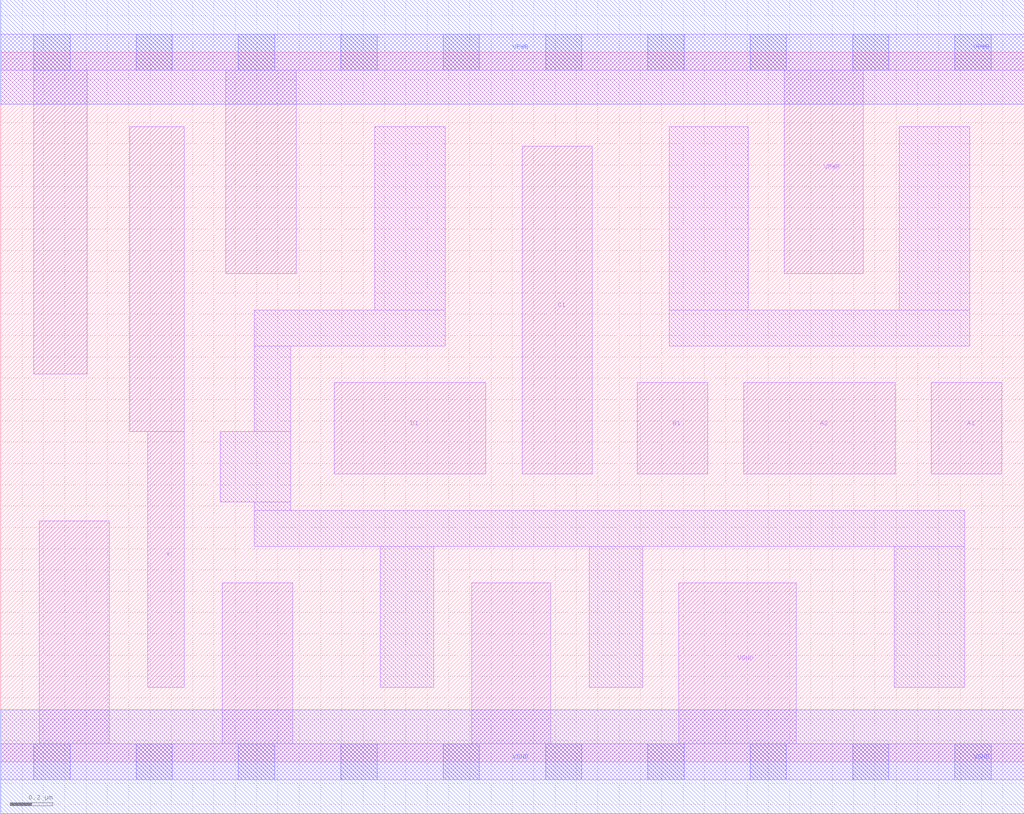
<source format=lef>
# Copyright 2020 The SkyWater PDK Authors
#
# Licensed under the Apache License, Version 2.0 (the "License");
# you may not use this file except in compliance with the License.
# You may obtain a copy of the License at
#
#     https://www.apache.org/licenses/LICENSE-2.0
#
# Unless required by applicable law or agreed to in writing, software
# distributed under the License is distributed on an "AS IS" BASIS,
# WITHOUT WARRANTIES OR CONDITIONS OF ANY KIND, either express or implied.
# See the License for the specific language governing permissions and
# limitations under the License.
#
# SPDX-License-Identifier: Apache-2.0

VERSION 5.7 ;
  NAMESCASESENSITIVE ON ;
  NOWIREEXTENSIONATPIN ON ;
  DIVIDERCHAR "/" ;
  BUSBITCHARS "[]" ;
UNITS
  DATABASE MICRONS 200 ;
END UNITS
MACRO sky130_fd_sc_hs__a2111o_2
  CLASS CORE ;
  SOURCE USER ;
  FOREIGN sky130_fd_sc_hs__a2111o_2 ;
  ORIGIN  0.000000  0.000000 ;
  SIZE  4.800000 BY  3.330000 ;
  SYMMETRY X Y ;
  SITE unit ;
  PIN A1
    ANTENNAGATEAREA  0.279000 ;
    DIRECTION INPUT ;
    USE SIGNAL ;
    PORT
      LAYER li1 ;
        RECT 4.365000 1.350000 4.695000 1.780000 ;
    END
  END A1
  PIN A2
    ANTENNAGATEAREA  0.279000 ;
    DIRECTION INPUT ;
    USE SIGNAL ;
    PORT
      LAYER li1 ;
        RECT 3.485000 1.350000 4.195000 1.780000 ;
    END
  END A2
  PIN B1
    ANTENNAGATEAREA  0.279000 ;
    DIRECTION INPUT ;
    USE SIGNAL ;
    PORT
      LAYER li1 ;
        RECT 2.985000 1.350000 3.315000 1.780000 ;
    END
  END B1
  PIN C1
    ANTENNAGATEAREA  0.279000 ;
    DIRECTION INPUT ;
    USE SIGNAL ;
    PORT
      LAYER li1 ;
        RECT 2.445000 1.350000 2.775000 2.890000 ;
    END
  END C1
  PIN D1
    ANTENNAGATEAREA  0.279000 ;
    DIRECTION INPUT ;
    USE SIGNAL ;
    PORT
      LAYER li1 ;
        RECT 1.565000 1.350000 2.275000 1.780000 ;
    END
  END D1
  PIN X
    ANTENNADIFFAREA  0.543200 ;
    DIRECTION OUTPUT ;
    USE SIGNAL ;
    PORT
      LAYER li1 ;
        RECT 0.605000 1.550000 0.860000 2.980000 ;
        RECT 0.690000 0.350000 0.860000 1.550000 ;
    END
  END X
  PIN VGND
    DIRECTION INOUT ;
    USE GROUND ;
    PORT
      LAYER li1 ;
        RECT 0.000000 -0.085000 4.800000 0.085000 ;
        RECT 0.180000  0.085000 0.510000 1.130000 ;
        RECT 1.040000  0.085000 1.370000 0.840000 ;
        RECT 2.210000  0.085000 2.580000 0.840000 ;
        RECT 3.180000  0.085000 3.730000 0.840000 ;
      LAYER mcon ;
        RECT 0.155000 -0.085000 0.325000 0.085000 ;
        RECT 0.635000 -0.085000 0.805000 0.085000 ;
        RECT 1.115000 -0.085000 1.285000 0.085000 ;
        RECT 1.595000 -0.085000 1.765000 0.085000 ;
        RECT 2.075000 -0.085000 2.245000 0.085000 ;
        RECT 2.555000 -0.085000 2.725000 0.085000 ;
        RECT 3.035000 -0.085000 3.205000 0.085000 ;
        RECT 3.515000 -0.085000 3.685000 0.085000 ;
        RECT 3.995000 -0.085000 4.165000 0.085000 ;
        RECT 4.475000 -0.085000 4.645000 0.085000 ;
      LAYER met1 ;
        RECT 0.000000 -0.245000 4.800000 0.245000 ;
    END
  END VGND
  PIN VPWR
    DIRECTION INOUT ;
    USE POWER ;
    PORT
      LAYER li1 ;
        RECT 0.000000 3.245000 4.800000 3.415000 ;
        RECT 0.155000 1.820000 0.405000 3.245000 ;
        RECT 1.055000 2.290000 1.385000 3.245000 ;
        RECT 3.675000 2.290000 4.045000 3.245000 ;
      LAYER mcon ;
        RECT 0.155000 3.245000 0.325000 3.415000 ;
        RECT 0.635000 3.245000 0.805000 3.415000 ;
        RECT 1.115000 3.245000 1.285000 3.415000 ;
        RECT 1.595000 3.245000 1.765000 3.415000 ;
        RECT 2.075000 3.245000 2.245000 3.415000 ;
        RECT 2.555000 3.245000 2.725000 3.415000 ;
        RECT 3.035000 3.245000 3.205000 3.415000 ;
        RECT 3.515000 3.245000 3.685000 3.415000 ;
        RECT 3.995000 3.245000 4.165000 3.415000 ;
        RECT 4.475000 3.245000 4.645000 3.415000 ;
      LAYER met1 ;
        RECT 0.000000 3.085000 4.800000 3.575000 ;
    END
  END VPWR
  OBS
    LAYER li1 ;
      RECT 1.030000 1.220000 1.360000 1.550000 ;
      RECT 1.190000 1.010000 4.520000 1.180000 ;
      RECT 1.190000 1.180000 1.360000 1.220000 ;
      RECT 1.190000 1.550000 1.360000 1.950000 ;
      RECT 1.190000 1.950000 2.085000 2.120000 ;
      RECT 1.755000 2.120000 2.085000 2.980000 ;
      RECT 1.780000 0.350000 2.030000 1.010000 ;
      RECT 2.760000 0.350000 3.010000 1.010000 ;
      RECT 3.135000 1.950000 4.545000 2.120000 ;
      RECT 3.135000 2.120000 3.505000 2.980000 ;
      RECT 4.190000 0.350000 4.520000 1.010000 ;
      RECT 4.215000 2.120000 4.545000 2.980000 ;
  END
END sky130_fd_sc_hs__a2111o_2

</source>
